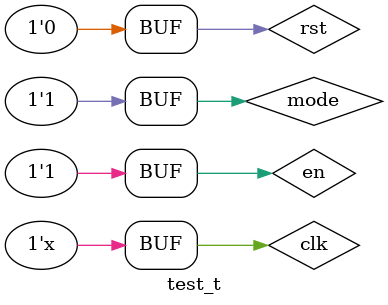
<source format=v>
`timescale 1ns / 1ps
`define BCD_BIT_WIDTH 4
//`include "global2.v"
module test_t;
    wire [`BCD_BIT_WIDTH-1:0]digit1;
    wire [`BCD_BIT_WIDTH-1:0]digit0;
    wire [15:0]leds;
    reg clk;
    reg rst;
    reg mode;
    reg en;
    
    stopwatch2 uut(.digit1(digit1), .digit0(digit0), .leds(leds), .clk(clk), .rst(rst), .mode(mode), .en(en));
    
    initial begin
    clk = 1; rst = 0; mode = 1; en = 1;
    #2 rst = 1;
    #4 rst = 0;
    end
    always
    #1 clk = ~clk;
    
endmodule

</source>
